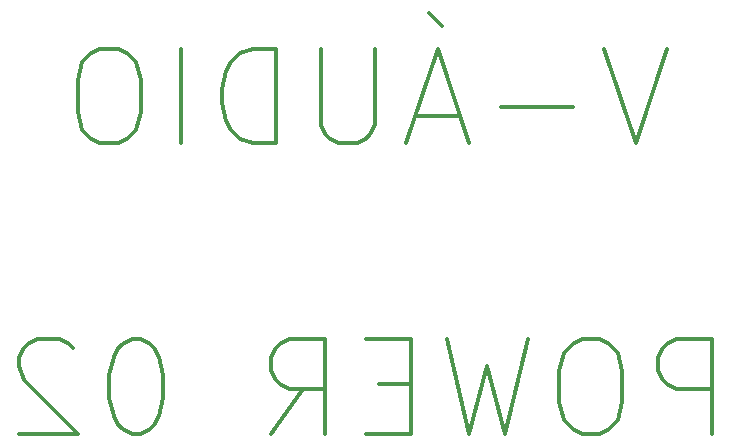
<source format=gbo>
G04 #@! TF.GenerationSoftware,KiCad,Pcbnew,(5.1.6)-1*
G04 #@! TF.CreationDate,2020-08-29T10:58:44-03:00*
G04 #@! TF.ProjectId,fontes2,666f6e74-6573-4322-9e6b-696361645f70,rev?*
G04 #@! TF.SameCoordinates,Original*
G04 #@! TF.FileFunction,Legend,Bot*
G04 #@! TF.FilePolarity,Positive*
%FSLAX46Y46*%
G04 Gerber Fmt 4.6, Leading zero omitted, Abs format (unit mm)*
G04 Created by KiCad (PCBNEW (5.1.6)-1) date 2020-08-29 10:58:44*
%MOMM*%
%LPD*%
G01*
G04 APERTURE LIST*
%ADD10C,0.300000*%
G04 APERTURE END LIST*
D10*
X160461333Y-43771047D02*
X157794666Y-51771047D01*
X155128000Y-43771047D01*
X152461333Y-48723428D02*
X146366095Y-48723428D01*
X142937523Y-49485333D02*
X139128000Y-49485333D01*
X143699428Y-51771047D02*
X141032761Y-43771047D01*
X138366095Y-51771047D01*
X140270857Y-40723428D02*
X141413714Y-41866285D01*
X135699428Y-43771047D02*
X135699428Y-50247238D01*
X135318476Y-51009142D01*
X134937523Y-51390095D01*
X134175619Y-51771047D01*
X132651809Y-51771047D01*
X131889904Y-51390095D01*
X131508952Y-51009142D01*
X131128000Y-50247238D01*
X131128000Y-43771047D01*
X127318476Y-51771047D02*
X127318476Y-43771047D01*
X125413714Y-43771047D01*
X124270857Y-44152000D01*
X123508952Y-44913904D01*
X123128000Y-45675809D01*
X122747047Y-47199619D01*
X122747047Y-48342476D01*
X123128000Y-49866285D01*
X123508952Y-50628190D01*
X124270857Y-51390095D01*
X125413714Y-51771047D01*
X127318476Y-51771047D01*
X119318476Y-51771047D02*
X119318476Y-43771047D01*
X113985142Y-43771047D02*
X112461333Y-43771047D01*
X111699428Y-44152000D01*
X110937523Y-44913904D01*
X110556571Y-46437714D01*
X110556571Y-49104380D01*
X110937523Y-50628190D01*
X111699428Y-51390095D01*
X112461333Y-51771047D01*
X113985142Y-51771047D01*
X114747047Y-51390095D01*
X115508952Y-50628190D01*
X115889904Y-49104380D01*
X115889904Y-46437714D01*
X115508952Y-44913904D01*
X114747047Y-44152000D01*
X113985142Y-43771047D01*
X164270857Y-76371047D02*
X164270857Y-68371047D01*
X161223238Y-68371047D01*
X160461333Y-68752000D01*
X160080380Y-69132952D01*
X159699428Y-69894857D01*
X159699428Y-71037714D01*
X160080380Y-71799619D01*
X160461333Y-72180571D01*
X161223238Y-72561523D01*
X164270857Y-72561523D01*
X154747047Y-68371047D02*
X153223238Y-68371047D01*
X152461333Y-68752000D01*
X151699428Y-69513904D01*
X151318476Y-71037714D01*
X151318476Y-73704380D01*
X151699428Y-75228190D01*
X152461333Y-75990095D01*
X153223238Y-76371047D01*
X154747047Y-76371047D01*
X155508952Y-75990095D01*
X156270857Y-75228190D01*
X156651809Y-73704380D01*
X156651809Y-71037714D01*
X156270857Y-69513904D01*
X155508952Y-68752000D01*
X154747047Y-68371047D01*
X148651809Y-68371047D02*
X146747047Y-76371047D01*
X145223238Y-70656761D01*
X143699428Y-76371047D01*
X141794666Y-68371047D01*
X138747047Y-72180571D02*
X136080380Y-72180571D01*
X134937523Y-76371047D02*
X138747047Y-76371047D01*
X138747047Y-68371047D01*
X134937523Y-68371047D01*
X126937523Y-76371047D02*
X129604190Y-72561523D01*
X131508952Y-76371047D02*
X131508952Y-68371047D01*
X128461333Y-68371047D01*
X127699428Y-68752000D01*
X127318476Y-69132952D01*
X126937523Y-69894857D01*
X126937523Y-71037714D01*
X127318476Y-71799619D01*
X127699428Y-72180571D01*
X128461333Y-72561523D01*
X131508952Y-72561523D01*
X115889904Y-68371047D02*
X115128000Y-68371047D01*
X114366095Y-68752000D01*
X113985142Y-69132952D01*
X113604190Y-69894857D01*
X113223238Y-71418666D01*
X113223238Y-73323428D01*
X113604190Y-74847238D01*
X113985142Y-75609142D01*
X114366095Y-75990095D01*
X115128000Y-76371047D01*
X115889904Y-76371047D01*
X116651809Y-75990095D01*
X117032761Y-75609142D01*
X117413714Y-74847238D01*
X117794666Y-73323428D01*
X117794666Y-71418666D01*
X117413714Y-69894857D01*
X117032761Y-69132952D01*
X116651809Y-68752000D01*
X115889904Y-68371047D01*
X110175619Y-69132952D02*
X109794666Y-68752000D01*
X109032761Y-68371047D01*
X107128000Y-68371047D01*
X106366095Y-68752000D01*
X105985142Y-69132952D01*
X105604190Y-69894857D01*
X105604190Y-70656761D01*
X105985142Y-71799619D01*
X110556571Y-76371047D01*
X105604190Y-76371047D01*
M02*

</source>
